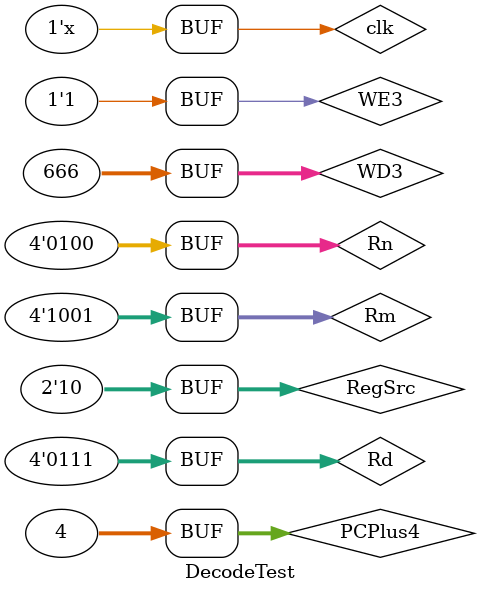
<source format=v>
`timescale 1ns / 1ps


module DecodeTest;

	// Inputs
	reg clk = 1;
	reg [3:0] Rn = 0;
	reg [3:0] Rm = 0;
	reg [3:0] Rd = 0;
	reg [31:0] WD3 = 0;
	reg [31:0] PCPlus4 = 0;
	reg WE3 = 0;
	reg [1:0] RegSrc = 0;

	// Outputs
	wire [31:0] RD1;
	wire [31:0] RD2;
	wire [31:0] PCPlus8;

	// Instantiate the Unit Under Test (UUT)
	Decode uut (
		.clk(clk), 
		.Rn(Rn), 
		.Rm(Rm), 
		.Rd(Rd), 
		.WD3(WD3), 
		.PCPlus4(PCPlus4), 
		.WE3(WE3), 
		.RegSrc(RegSrc), 
		.RD1(RD1), 
		.RD2(RD2), 
		.PCPlus8(PCPlus8)
	);
	always #5 clk = ~clk;
	initial begin
		// Initialize Inputs
		Rn = 4'd0;
		Rm = 4'd0;
		Rd = 4'd0;
		WD3 = 32'd1;
		PCPlus4 = 0;
		WE3 = 0;
		RegSrc = 2'b0;

		// Wait 100 ns for global reset to finish
		/*
		#10;
        
		Rn = 4'd0;
		Rm = 4'd0;
		Rd = 4'd1;
		WD3 = 32'd555;
		PCPlus4 = 4;
		WE3 = 0;
		RegSrc = 2'b0;

		#10
		
		Rn = 4'd0;
		Rm = 4'd1;
		Rd = 4'd5;
		WD3 = 32'd666;
		PCPlus4 = 4;
		WE3 = 0;
		RegSrc = 2'b0;		
		

		#10
		
		Rn = 4'd1;
		Rm = 4'd5;
		Rd = 4'd7;
		WD3 = 32'd666;
		PCPlus4 = 4;
		WE3 = 1;
		RegSrc = 2'b0;	

		#10
		
		Rn = 4'd7;
		Rm = 4'd0;
		Rd = 4'd5;
		WD3 = 32'd666;
		PCPlus4 = 4;
		WE3 = 1;
		RegSrc = 2'b0;			
		
		*/
		//------------------------------------Pruebas Muxes
		
		#10
		
		Rn = 4'd7;
		Rm = 4'd0;
		Rd = 4'd14;
		WD3 = 32'd141414;
		PCPlus4 = 4;
		WE3 = 0;
		RegSrc = 2'b00;	

		#10
		
		Rn = 4'd7;
		Rm = 4'd0;
		Rd = 4'd4;
		WD3 = 32'd444;
		PCPlus4 = 4;
		WE3 = 0;
		RegSrc = 2'b00;	

		#10
		
		Rn = 4'd7;
		Rm = 4'd0;
		Rd = 4'd9;
		WD3 = 32'd999;
		PCPlus4 = 4;
		WE3 = 0;
		RegSrc = 2'b00;		

		#10
		
		Rn = 4'd7;
		Rm = 4'd0;
		Rd = 4'd7;
		WD3 = 32'd777;
		PCPlus4 = 4;
		WE3 = 0;
		RegSrc = 2'b00;		

		#10
		
		Rn = 4'd7;
		Rm = 4'd0;
		Rd = 4'd15;
		WD3 = 32'd1515;
		PCPlus4 = 4;
		WE3 = 0;
		RegSrc = 2'b00;			
			
		//--------------------------

		#10
		
		Rn = 4'd7;
		Rm = 4'd0;
		Rd = 4'd15;
		WD3 = 32'd666;
		PCPlus4 = 4;
		WE3 = 1;
		RegSrc = 2'b01;				
		
		#10
		
		Rn = 4'd7;
		Rm = 4'd0;
		Rd = 4'd9;
		WD3 = 32'd666;
		PCPlus4 = 4;
		WE3 = 1;
		RegSrc = 2'b10;

		#10
		
		Rn = 4'd13;
		Rm = 4'd0;
		Rd = 4'd4;
		WD3 = 32'd666;
		PCPlus4 = 4;
		WE3 = 1;
		RegSrc = 2'b11;	

		#10
		
		Rn = 4'd4;
		Rm = 4'd9;
		Rd = 4'd7;
		WD3 = 32'd666;
		PCPlus4 = 4;
		WE3 = 1;
		RegSrc = 2'b10;			
		
				
		
		
				
	end
      
endmodule


</source>
